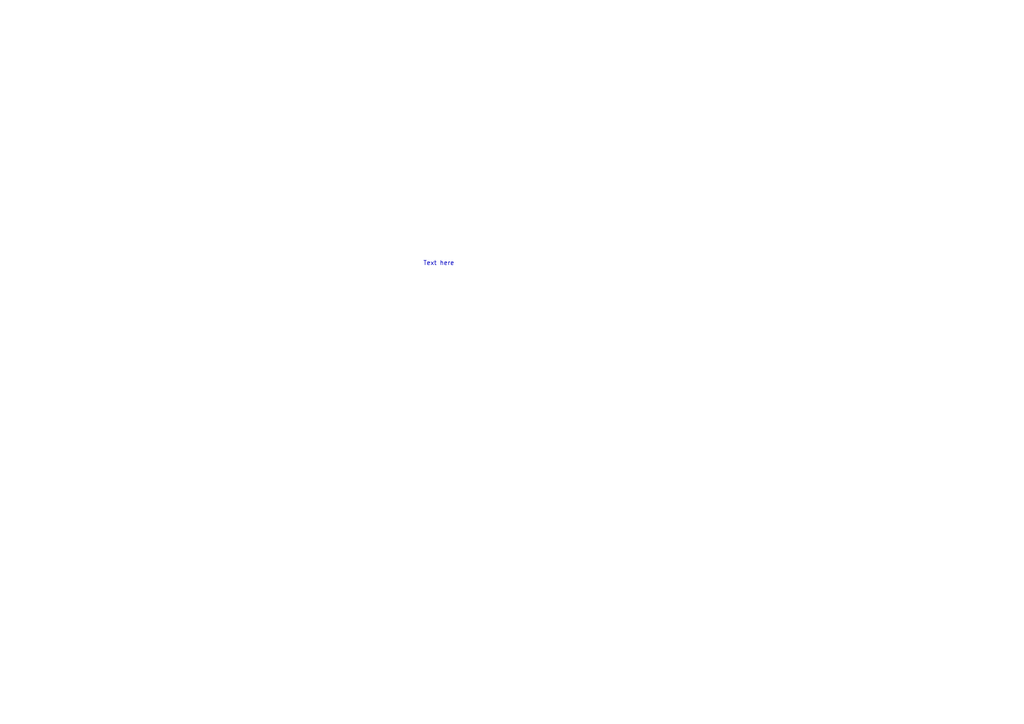
<source format=kicad_sch>
(kicad_sch
	(version 20250114)
	(generator "eeschema")
	(generator_version "9.0")
	(uuid "6bf2f65c-0bca-40c3-9358-201b78fa0ce1")
	(paper "A4")
	(lib_symbols)
	(text "Text here"
		(exclude_from_sim no)
		(at 127.254 76.454 0)
		(effects
			(font
				(size 1.27 1.27)
			)
		)
		(uuid "75828646-ddf2-40d1-a577-89c89fb017da")
	)
	(sheet_instances
		(path "/"
			(page "1")
		)
	)
	(embedded_fonts no)
)

</source>
